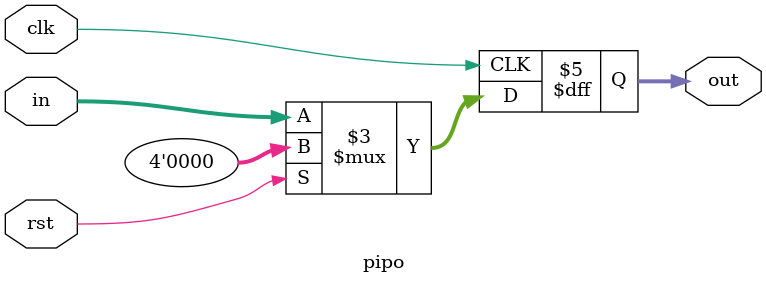
<source format=v>
module pipo(out,rst,clk,in);

input wire [3:0]in;
input rst,clk;
output reg [3:0]out;


always@(posedge clk)begin
if(rst)begin
out <= 0;
end else begin
out <= in;

end
end
endmodule

</source>
